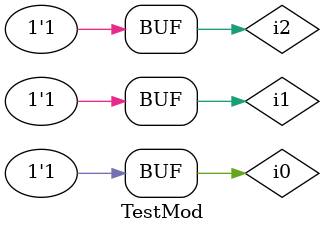
<source format=v>
module DecoderMod(i2, i1, i0, o0, o1, o2, o3, o4, o5, o6, o7);
   input i2, i1, i0;
   output o0, o1, o2, o3, o4, o5, o6, o7;
	
   wire not_i2, not_i1, not_i0;
  
   not(not_i2, i2);
   not(not_i1, i1);
   not(not_i0, i0);
  
   and(o0, not_i2, not_i1, not_i0);
   and(o1, not_i2, not_i1, i0);
   and(o2, not_i2, i1, not_i0);
   and(o3, not_i2, i1, i0);
   and(o4, i2, not_i1, not_i0);
   and(o5, i2, not_i1, i0);
   and(o6, i2, i1, not_i0);
   and(o7, i2, i1, i0);
endmodule

module TestMod;
   reg i2, i1, i0;
   wire o0, o1, o2, o3, o4, o5, o6, o7;

   DecoderMod my_decoder(i2, i1, i0, o0, o1, o2, o3, o4, o5, o6, o7);

   initial begin
      $display("Time  i2  i1  i0   o0  o1  o2  o3  o4  o5  o6  o7");
      $display("----  ----------   ------------------------------");
      $monitor("   %0d   %b   %b   %b   %b   %b   %b   %b    %b   %b   %b   %b",
         $time, i2, i1, i0, o0, o1, o2, o3, o4, o5, o6, o7);
   end

   initial begin
		i2 = 0; i1 = 0; i0 = 0;
        #1;
        i2 = 0; i1 = 0; i0 = 1;
        #1;
        i2 = 0; i1 = 1; i0 = 0;
        #1;
        i2 = 0; i1 = 1; i0 = 1;
        #1;
        i2 = 1; i1 = 0; i0 = 0;
        #1;
        i2 = 1; i1 = 0; i0 = 1;
        #1;
        i2 = 1; i1 = 1; i0 = 0;
        #1;
        i2 = 1; i1 = 1; i0 = 1;
   end
endmodule

</source>
